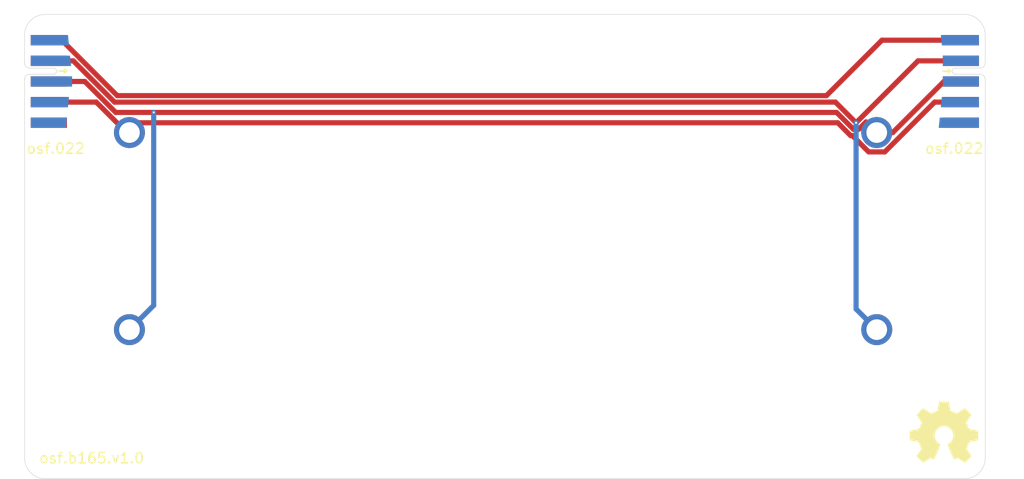
<source format=kicad_pcb>
(kicad_pcb (version 20240108) (generator "pcbnew") (generator_version "8.0")
  (layers (0 "F.Cu" signal) (31 "B.Cu" signal) (34 "B.Paste" user) (35 "F.Paste" user) (36 "B.SilkS" user "B.Silkscreen") (37 "F.SilkS" user "F.Silkscreen") (38 "B.Mask" user) (39 "F.Mask" user) (44 "Edge.Cuts" user))
  (net 0 "")
  (net 1 "/2x_aaa/Low")
  (net 2 "/2x_aaa/Mid")
  (net 3 "/2x_aaa/High")
  (net 4 "GND")
  (footprint "b165:2_18650_cell_holder" (layer "F.Cu") (at 174.325 111)
    (property "Reference" "U1" (hide yes))
    (property "Value" "2Battery_Cell" (hide yes))
    (pad "" np_thru_hole circle (at -35.9 -17.4) (size 2 2) (drill 2) (layers "F&B.Cu" "*.Mask"))
    (pad "" np_thru_hole circle (at -27.7 0) (size 3.5 3.5) (drill 3.5) (layers "F&B.Cu" "*.Mask"))
    (pad "" np_thru_hole circle (at -27.6 17.5) (size 4.5 4.5) (drill 4.5) (layers "F&B.Cu" "*.Mask"))
    (pad "" np_thru_hole circle (at 27.6 -17.5) (size 4.5 4.5) (drill 4.5) (layers "F&B.Cu" "*.Mask"))
    (pad "" np_thru_hole circle (at 27.7 0) (size 3.5 3.5) (drill 3.5) (layers "F&B.Cu" "*.Mask"))
    (pad "1" thru_hole circle (at -36.175 -9.55) (size 3 3) (drill 2) (layers "*.Cu" "*.Mask") (net 3 "/2x_aaa/High"))
    (pad "2" thru_hole circle (at 36.175 -9.55) (size 3 3) (drill 2) (layers "*.Cu" "*.Mask") (net 2 "/2x_aaa/Mid"))
    (pad "3" thru_hole circle (at 36.175 9.55) (size 3 3) (drill 2) (layers "*.Cu" "*.Mask") (net 1 "/2x_aaa/Low"))
    (pad "4" thru_hole circle (at -36.175 9.55) (size 3 3) (drill 2) (layers "*.Cu" "*.Mask") (net 2 "/2x_aaa/Mid"))
  )
  (footprint "Symbol:OSHW-Symbol_6.7x6mm_SilkScreen" (layer "F.Cu") (at 217 130.5)
    (property "Reference" "LOGO1" (hide yes))
    (property "Value" "Logo_Open_Hardware_Small" (hide yes))
    (fp_poly (pts (xy 0.555814 -2.531069) (xy 0.639635 -2.086445) (xy 0.94892 -1.958947) (xy 1.258206 -1.831449) (xy 1.629246 -2.083754) (xy 1.733157 -2.154004) (xy 1.827087 -2.216728) (xy 1.906652 -2.269062) (xy 1.96747 -2.308143) (xy 2.005157 -2.331107) (xy 2.015421 -2.336058) (xy 2.03391 -2.323324) (xy 2.07342 -2.288118) (xy 2.129522 -2.234938) (xy 2.197787 -2.168282) (xy 2.273786 -2.092646) (xy 2.353092 -2.012528) (xy 2.431275 -1.932426) (xy 2.503907 -1.856836) (xy 2.566559 -1.790255) (xy 2.614803 -1.737182) (xy 2.64421 -1.702113) (xy 2.651241 -1.690377) (xy 2.641123 -1.66874) (xy 2.612759 -1.621338) (xy 2.569129 -1.552807) (xy 2.513218 -1.467785) (xy 2.448006 -1.370907) (xy 2.410219 -1.31565) (xy 2.341343 -1.214752) (xy 2.28014 -1.123701) (xy 2.229578 -1.04703) (xy 2.192628 -0.989272) (xy 2.172258 -0.954957) (xy 2.169197 -0.947746) (xy 2.176136 -0.927252) (xy 2.195051 -0.879487) (xy 2.223087 -0.811168) (xy 2.257391 -0.729011) (xy 2.295109 -0.63973) (xy 2.333387 -0.550042) (xy 2.36937 -0.466662) (xy 2.400206 -0.396306) (xy 2.423039 -0.34569) (xy 2.435017 -0.321529) (xy 2.435724 -0.320578) (xy 2.454531 -0.315964) (xy 2.504618 -0.305672) (xy 2.580793 -0.290713) (xy 2.677865 -0.272099) (xy 2.790643 -0.250841) (xy 2.856442 -0.238582) (xy 2.97695 -0.215638) (xy 3.085797 -0.193805) (xy 3.177476 -0.174278) (xy 3.246481 -0.158252) (xy 3.287304 -0.146921) (xy 3.295511 -0.143326) (xy 3.303548 -0.118994) (xy 3.310033 -0.064041) (xy 3.31497 0.015108) (xy 3.318364 0.112026) (xy 3.320218 0.220287) (xy 3.320538 0.333465) (xy 3.319327 0.445135) (xy 3.31659 0.548868) (xy 3.312331 0.638241) (xy 3.306555 0.706826) (xy 3.299267 0.748197) (xy 3.294895 0.75681) (xy 3.268764 0.767133) (xy 3.213393 0.781892) (xy 3.136107 0.799352) (xy 3.04423 0.81778) (xy 3.012158 0.823741) (xy 2.857524 0.852066) (xy 2.735375 0.874876) (xy 2.641673 0.89308) (xy 2.572384 0.907583) (xy 2.523471 0.919292) (xy 2.490897 0.929115) (xy 2.470628 0.937956) (xy 2.458626 0.946724) (xy 2.456947 0.948457) (xy 2.440184 0.976371) (xy 2.414614 1.030695) (xy 2.382788 1.104777) (xy 2.34726 1.191965) (xy 2.310583 1.285608) (xy 2.275311 1.379052) (xy 2.243996 1.465647) (xy 2.219193 1.53874) (xy 2.203454 1.591678) (xy 2.199332 1.617811) (xy 2.199676 1.618726) (xy 2.213641 1.640086) (xy 2.245322 1.687084) (xy 2.291391 1.754827) (xy 2.348518 1.838423) (xy 2.413373 1.932982) (xy 2.431843 1.959854) (xy 2.497699 2.057275) (xy 2.55565 2.146163) (xy 2.602538 2.221412) (xy 2.635207 2.27792) (xy 2.6505 2.310581) (xy 2.651241 2.314593) (xy 2.638392 2.335684) (xy 2.602888 2.377464) (xy 2.549293 2.435445) (xy 2.482171 2.505135) (xy 2.406087 2.582045) (xy 2.325604 2.661683) (xy 2.245287 2.739561) (xy 2.169699 2.811186) (xy 2.103405 2.87207) (xy 2.050969 2.917721) (xy 2.016955 2.94365) (xy 2.007545 2.947883) (xy 1.985643 2.937912) (xy 1.9408 2.91102) (xy 1.880321 2.871736) (xy 1.833789 2.840117) (xy 1.749475 2.782098) (xy 1.649626 2.713784) (xy 1.549473 2.645579) (xy 1.495627 2.609075) (xy 1.313371 2.4858) (xy 1.160381 2.56852) (xy 1.090682 2.604759) (xy 1.031414 2.632926) (xy 0.991311 2.648991) (xy 0.981103 2.651226) (xy 0.968829 2.634722) (xy 0.944613 2.588082) (xy 0.910263 2.515609) (xy 0.867588 2.421606) (xy 0.818394 2.310374) (xy 0.76449 2.186215) (xy 0.707684 2.053432) (xy 0.649782 1.916327) (xy 0.592593 1.779202) (xy 0.537924 1.646358) (xy 0.487584 1.522098) (xy 0.44338 1.410725) (xy 0.407119 1.316539) (xy 0.380609 1.243844) (xy 0.365658 1.196941) (xy 0.363254 1.180833) (xy 0.382311 1.160286) (xy 0.424036 1.126933) (xy 0.479706 1.087702) (xy 0.484378 1.084599) (xy 0.628264 0.969423) (xy 0.744283 0.835053) (xy 0.83143 0.685784) (xy 0.888699 0.525913) (xy 0.915086 0.359737) (xy 0.909585 0.191552) (xy 0.87119 0.025655) (xy 0.798895 -0.133658) (xy 0.777626 -0.168513) (xy 0.666996 -0.309263) (xy 0.536302 -0.422286) (xy 0.390064 -0.506997) (xy 0.232808 -0.562806) (xy 0.069057 -0.589126) (xy -0.096667 -0.58537) (xy -0.259838 -0.55095) (xy -0.415935 -0.485277) (xy -0.560433 -0.387765) (xy -0.605131 -0.348187) (xy -0.718888 -0.224297) (xy -0.801782 -0.093876) (xy -0.858644 0.052315) (xy -0.890313 0.197088) (xy -0.898131 0.35986) (xy -0.872062 0.52344) (xy -0.814755 0.682298) (xy -0.728856 0.830906) (xy -0.617014 0.963735) (xy -0.481877 1.075256) (xy -0.464117 1.087011) (xy -0.40785 1.125508) (xy -0.365077 1.158863) (xy -0.344628 1.18016) (xy -0.344331 1.180833) (xy -0.348721 1.203871) (xy -0.366124 1.256157) (xy -0.394732 1.33339) (xy -0.432735 1.431268) (xy -0.478326 1.545491) (xy -0.529697 1.671758) (xy -0.585038 1.805767) (xy -0.642542 1.943218) (xy -0.700399 2.079808) (xy -0.756802 2.211237) (xy -0.809942 2.333205) (xy -0.85801 2.441409) (xy -0.899199 2.531549) (xy -0.931699 2.599323) (xy -0.953703 2.64043) (xy -0.962564 2.651226) (xy -0.98964 2.642819) (xy -1.040303 2.620272) (xy -1.105817 2.587613) (xy -1.141841 2.56852) (xy -1.294832 2.4858) (xy -1.477088 2.609075) (xy -1.570125 2.672228) (xy -1.671985 2.741727) (xy -1.767438 2.807165) (xy -1.81525 2.840117) (xy -1.882495 2.885273) (xy -1.939436 2.921057) (xy -1.978646 2.942938) (xy -1.991381 2.947563) (xy -2.009917 2.935085) (xy -2.050941 2.900252) (xy -2.110475 2.846678) (xy -2.184542 2.777983) (xy -2.269165 2.697781) (xy -2.322685 2.646286) (xy -2.416319 2.554286) (xy -2.497241 2.471999) (xy -2.562177 2.402945) (xy -2.607858 2.350644) (xy -2.631011 2.318616) (xy -2.633232 2.312116) (xy -2.622924 2.287394) (xy -2.594439 2.237405) (xy -2.550937 2.167212) (xy -2.495577 2.081875) (xy -2.43152 1.986456) (xy -2.413303 1.959854) (xy -2.346927 1.863167) (xy -2.287378 1.776117) (xy -2.237984 1.703595) (xy -2.202075 1.650493) (xy -2.182981 1.621703) (xy -2.181136 1.618726) (xy -2.183895 1.595782) (xy -2.198538 1.545336) (xy -2.222513 1.474041) (xy -2.253266 1.388547) (xy -2.288244 1.295507) (xy -2.324893 1.201574) (xy -2.360661 1.113399) (xy -2.392994 1.037634) (xy -2.419338 0.980931) (xy -2.437142 0.949943) (xy -2.438407 0.948457) (xy -2.449294 0.939601) (xy -2.467682 0.930843) (xy -2.497606 0.921277) (xy -2.543103 0.909996) (xy -2.608209 0.896093) (xy -2.696961 0.878663) (xy -2.813393 0.856798) (xy -2.961542 0.829591) (xy -2.993618 0.823741) (xy -3.088686 0.805374) (xy -3.171565 0.787405) (xy -3.23493 0.771569) (xy -3.271458 0.7596) (xy -3.276356 0.75681) (xy -3.284427 0.732072) (xy -3.290987 0.67679) (xy -3.296033 0.597389) (xy -3.299559 0.500296) (xy -3.301561 0.391938) (xy -3.302036 0.27874) (xy -3.300977 0.167128) (xy -3.298382 0.063529) (xy -3.294246 -0.025632) (xy -3.288563 -0.093928) (xy -3.281331 -0.134934) (xy -3.276971 -0.143326) (xy -3.252698 -0.151792) (xy -3.197426 -0.165565) (xy -3.116662 -0.18345) (xy -3.015912 -0.204252) (xy -2.900683 -0.226777) (xy -2.837902 -0.238582) (xy -2.718787 -0.260849) (xy -2.612565 -0.281021) (xy -2.524427 -0.298085) (xy -2.459566 -0.311031) (xy -2.423174 -0.318845) (xy -2.417184 -0.320578) (xy -2.407061 -0.34011) (xy -2.385662 -0.387157) (xy -2.355839 -0.454997) (xy -2.320445 -0.536909) (xy -2.282332 -0.626172) (xy -2.244353 -0.716065) (xy -2.20936 -0.799865) (xy -2.180206 -0.870853) (xy -2.159743 -0.922306) (xy -2.150823 -0.947503) (xy -2.150657 -0.948604) (xy -2.160769 -0.968481) (xy -2.189117 -1.014223) (xy -2.232723 -1.081283) (xy -2.288606 -1.165116) (xy -2.353787 -1.261174) (xy -2.391679 -1.31635) (xy -2.460725 -1.417519) (xy -2.52205 -1.50937) (xy -2.572663 -1.587256) (xy -2.609571 -1.646531) (xy -2.629782 -1.682549) (xy -2.632701 -1.690623) (xy -2.620153 -1.709416) (xy -2.585463 -1.749543) (xy -2.533063 -1.806507) (xy -2.467384 -1.875815) (xy -2.392856 -1.952969) (xy -2.313913 -2.033475) (xy -2.234983 -2.112837) (xy -2.1605 -2.18656) (xy -2.094894 -2.250148) (xy -2.042596 -2.299106) (xy -2.008039 -2.328939) (xy -1.996478 -2.336058) (xy -1.977654 -2.326047) (xy -1.932631 -2.297922) (xy -1.865787 -2.254546) (xy -1.781499 -2.198782) (xy -1.684144 -2.133494) (xy -1.610707 -2.083754) (xy -1.239667 -1.831449) (xy -0.621095 -2.086445) (xy -0.537275 -2.531069) (xy -0.453454 -2.975693) (xy 0.471994 -2.975693) (xy 0.555814 -2.531069)) (stroke (width 0.01)) (fill solid) (layer "F.SilkS"))
  )
  (footprint "on_edge:on_edge_2x05_host" (layer "F.Cu") (at 221 96.5 -90)
    (property "Reference" "J2")
    (property "Value" "022_battery_cells")
    (fp_line (start -1 4.1) (end -1 3.373) (stroke (width 0.153)) (layer "F.SilkS"))
    (fp_line (start -0.8 3.573) (end -1 3.373) (stroke (width 0.153)) (layer "F.SilkS"))
    (fp_line (start -1 3.373) (end -1.2 3.573) (stroke (width 0.153)) (layer "F.SilkS"))
    (fp_line (start -0.7 2.9) (end -0.7 0.5) (stroke (width 0.05)) (layer "Edge.Cuts"))
    (fp_line (start -1.3 0.5) (end -1.3 2.9) (stroke (width 0.05)) (layer "Edge.Cuts"))
    (fp_line (start -4 0) (end -1.8 0) (stroke (width 0.05)) (layer "Edge.Cuts"))
    (fp_line (start -0.2 0) (end 4 0) (stroke (width 0.05)) (layer "Edge.Cuts"))
    (fp_arc (start -0.7 2.9) (mid -1 3.2) (end -1.3 2.9) (stroke (width 0.05)) (layer "Edge.Cuts"))
    (fp_arc (start -0.7 0.5) (mid -0.553553 0.146447) (end -0.2 0) (stroke (width 0.05)) (layer "Edge.Cuts"))
    (fp_arc (start -1.8 0) (mid -1.446447 0.146447) (end -1.3 0.5) (stroke (width 0.05)) (layer "Edge.Cuts"))
    (pad "1" smd rect (at -4 2.35 270) (size 1 3.5) (layers "F.Cu" "F.Mask") (net 4 "GND"))
    (pad "2" smd rect (at -2 2.35 270) (size 1 3.5) (layers "F.Cu" "F.Mask") (net 1 "/2x_aaa/Low"))
    (pad "3" smd rect (at 0 2.35 270) (size 1 3.5) (layers "F.Cu" "F.Mask") (net 2 "/2x_aaa/Mid"))
    (pad "4" smd rect (at 2 2.35 270) (size 1 3.5) (layers "F.Cu" "F.Mask") (net 3 "/2x_aaa/High"))
    (pad "5" smd rect (at 4 2.35 270) (size 1 3.5) (layers "F.Cu" "F.Mask"))
    (pad "6" smd custom (at -4 2.4 90) (size 1 3.6) (layers "B.Cu" "B.Mask") (options (clearance outline) (anchor rect)) (primitives (gr_poly (pts (xy 0.5 -1.8) (xy -0.5 -1.8) (xy 0.5 -1.9)) (width 0) (fill yes))))
    (pad "7" smd rect (at -2 2.35 90) (size 1 3.5) (layers "B.Cu" "B.Mask"))
    (pad "8" smd rect (at 0 2.35 90) (size 1 3.5) (layers "B.Cu" "B.Mask"))
    (pad "9" smd custom (at 2 2.4 90) (size 1 3.6) (layers "B.Cu" "B.Mask") (options (clearance outline) (anchor rect)) (primitives (gr_poly (pts (xy 0.5 -1.8) (xy -0.5 -1.8) (xy -0.5 -1.9)) (width 0) (fill yes))))
    (pad "10" smd custom (at 4 2.5 90) (size 1 3.8) (layers "B.Cu" "B.Mask") (options (clearance outline) (anchor rect)) (primitives (gr_poly (pts (xy 0.5 -1.9) (xy -0.5 -1.9) (xy -0.5 -2)) (width 0) (fill yes))))
  )
  (footprint "on_edge:on_edge_2x05_device" (layer "F.Cu") (at 128 96.5 -90)
    (property "Reference" "J1")
    (property "Value" "022_battery_cells")
    (fp_line (start -1.2 -3.85) (end -1 -4.05) (stroke (width 0.153)) (layer "F.SilkS"))
    (fp_line (start -1 -4.05) (end -1 -3.323) (stroke (width 0.153)) (layer "F.SilkS"))
    (fp_line (start -1 -4.05) (end -0.8 -3.85) (stroke (width 0.153)) (layer "F.SilkS"))
    (fp_line (start -4 0) (end -1.8 0) (stroke (width 0.05)) (layer "Edge.Cuts"))
    (fp_line (start -0.2 0) (end 4 0) (stroke (width 0.05)) (layer "Edge.Cuts"))
    (fp_line (start -0.7 -0.5) (end -0.7 -2.8) (stroke (width 0.05)) (layer "Edge.Cuts"))
    (fp_line (start -1.3 -2.8) (end -1.3 -0.5) (stroke (width 0.05)) (layer "Edge.Cuts"))
    (fp_arc (start -0.2 0) (mid -0.553553 -0.146447) (end -0.7 -0.5) (stroke (width 0.05)) (layer "Edge.Cuts"))
    (fp_arc (start -1.3 -0.5) (mid -1.446447 -0.146447) (end -1.8 0) (stroke (width 0.05)) (layer "Edge.Cuts"))
    (fp_arc (start -1.3 -2.8) (mid -1 -3.1) (end -0.7 -2.8) (stroke (width 0.05)) (layer "Edge.Cuts"))
    (pad "1" smd rect (at -4 -2.35 90) (size 1 3.5) (layers "F.Cu" "F.Mask") (net 4 "GND"))
    (pad "2" smd rect (at -2 -2.35 270) (size 1 3.5) (layers "F.Cu" "F.Mask") (net 1 "/2x_aaa/Low"))
    (pad "3" smd rect (at 0 -2.35 270) (size 1 3.5) (layers "F.Cu" "F.Mask") (net 2 "/2x_aaa/Mid"))
    (pad "4" smd rect (at 2 -2.35 90) (size 1 3.5) (layers "F.Cu" "F.Mask") (net 3 "/2x_aaa/High"))
    (pad "5" smd rect (at 4 -2.35 90) (size 1 3.5) (layers "F.Cu" "F.Mask"))
    (pad "6" smd custom (at -4 -2.4 270) (size 1 3.6) (layers "B.Cu" "B.Mask") (options (clearance outline) (anchor rect)) (primitives (gr_poly (pts (xy 0.5 -1.8) (xy 0.5 -1.9) (xy -0.5 -1.8)) (width 0) (fill yes))))
    (pad "7" smd custom (at -2 -2.1 270) (size 1 3) (layers "B.Cu" "B.Mask") (options (clearance outline) (anchor rect)) (primitives (gr_poly (pts (xy 0.3 -0.51) (xy 0.31 -0.62) (xy 0.33 -0.7) (xy 0.35 -0.76) (xy 0.37 -0.81) (xy 0.4 -0.86) (xy 0.44 -0.92) (xy 0.48 -0.97) (xy 0.5 -0.99) (xy 0.5 -2.4) (xy -0.5 -2.3) (xy -0.5 1.5) (xy 0.3 1.5)) (width 0) (fill yes))))
    (pad "8" smd rect (at 0 -2.6 270) (size 1 4) (layers "B.Cu" "B.Mask"))
    (pad "9" smd custom (at 2 -2.4 270) (size 1 3.6) (layers "B.Cu" "B.Mask") (options (clearance outline) (anchor rect)) (primitives (gr_poly (pts (xy -0.5 -1.8) (xy -0.5 -1.9) (xy 0.5 -1.8)) (width 0) (fill yes))))
    (pad "10" smd custom (at 4 -2.3 270) (size 1 3.4) (layers "B.Cu" "B.Mask") (options (clearance outline) (anchor rect)) (primitives (gr_poly (pts (xy -0.5 -1.7) (xy -0.5 -1.8) (xy 0.5 -1.7)) (width 0) (fill yes))))
  )
  (gr_line (start 130 90) (end 219 90) (stroke (width 0.05)) (layer "Edge.Cuts"))
  (gr_arc (start 221 133) (mid 220.414214 134.414214) (end 219 135) (stroke (width 0.05)) (layer "Edge.Cuts"))
  (gr_line (start 219 135) (end 130 135) (stroke (width 0.05)) (layer "Edge.Cuts"))
  (gr_line (start 221 92.5) (end 221 92) (stroke (width 0.05)) (layer "Edge.Cuts"))
  (gr_line (start 128 92) (end 128 92.5) (stroke (width 0.05)) (layer "Edge.Cuts"))
  (gr_arc (start 219 90) (mid 220.414214 90.585786) (end 221 92) (stroke (width 0.05)) (layer "Edge.Cuts"))
  (gr_arc (start 130 135) (mid 128.585786 134.414214) (end 128 133) (stroke (width 0.05)) (layer "Edge.Cuts"))
  (gr_line (start 221 133) (end 221 102) (stroke (width 0.05)) (layer "Edge.Cuts"))
  (gr_line (start 128 133) (end 128 100.5) (stroke (width 0.05)) (layer "Edge.Cuts"))
  (gr_arc (start 128 92) (mid 128.585786 90.585786) (end 130 90) (stroke (width 0.05)) (layer "Edge.Cuts"))
  (gr_line (start 221 102) (end 221 100.5) (stroke (width 0.05)) (layer "Edge.Cuts"))
  (gr_text "osf.022" (at 131 103 0) (layer "F.SilkS") (effects (font (size 1 1))))
  (gr_text "osf.022" (at 218 103 0) (layer "F.SilkS") (effects (font (size 1 1))))
  (gr_text "osf.b165.v1.0" (at 134.5 133 0) (layer "F.SilkS") (effects (font (size 1 1))))
  (segment (start 130.35 94.5) (end 132.713288 94.5) (width 0.5) (layer "F.Cu") (net 1))
  (segment (start 206.5 98.5) (end 208.5 100.5) (width 0.5) (layer "F.Cu") (net 1))
  (segment (start 136.713288 98.5) (end 206.5 98.5) (width 0.5) (layer "F.Cu") (net 1))
  (segment (start 214.5 94.5) (end 218.65 94.5) (width 0.5) (layer "F.Cu") (net 1))
  (segment (start 208.5 100.5) (end 214.5 94.5) (width 0.5) (layer "F.Cu") (net 1))
  (segment (start 132.713288 94.5) (end 136.713288 98.5) (width 0.5) (layer "F.Cu") (net 1))
  (via (at 208.5 100.5) (size 0.5) (drill 0.2) (layers "F.Cu" "B.Cu") (net 1))
  (segment (start 208.5 118.55) (end 208.5 100.5) (width 0.5) (layer "B.Cu") (net 1))
  (segment (start 210.5 120.55) (end 208.5 118.55) (width 0.5) (layer "B.Cu") (net 1))
  (segment (start 140.5 99.5) (end 136.826576 99.5) (width 0.5) (layer "F.Cu") (net 2))
  (segment (start 209.468356 100.418356) (end 210.5 101.45) (width 0.5) (layer "F.Cu") (net 2))
  (segment (start 206.613288 99.5) (end 208.240288 101.127) (width 0.5) (layer "F.Cu") (net 2))
  (segment (start 218.65 96.5) (end 217 96.5) (width 0.5) (layer "F.Cu") (net 2))
  (segment (start 217 96.5) (end 212.05 101.45) (width 0.5) (layer "F.Cu") (net 2))
  (segment (start 208.240288 101.127) (end 208.759712 101.127) (width 0.5) (layer "F.Cu") (net 2))
  (segment (start 133.826576 96.5) (end 130.35 96.5) (width 0.5) (layer "F.Cu") (net 2))
  (segment (start 208.759712 101.127) (end 209.468356 100.418356) (width 0.5) (layer "F.Cu") (net 2))
  (segment (start 136.826576 99.5) (end 133.826576 96.5) (width 0.5) (layer "F.Cu") (net 2))
  (segment (start 212.05 101.45) (end 210.5 101.45) (width 0.5) (layer "F.Cu") (net 2))
  (segment (start 140.5 99.5) (end 206.613288 99.5) (width 0.5) (layer "F.Cu") (net 2))
  (via (at 140.5 99.5) (size 0.5) (drill 0.2) (layers "F.Cu" "B.Cu") (net 2))
  (segment (start 140.5 99.5) (end 140.5 118.2) (width 0.5) (layer "B.Cu") (net 2))
  (segment (start 140.5 118.2) (end 138.15 120.55) (width 0.5) (layer "B.Cu") (net 2))
  (segment (start 209.722521 103.327) (end 211.277479 103.327) (width 0.5) (layer "F.Cu") (net 3))
  (segment (start 134.939864 98.5) (end 137.889864 101.45) (width 0.5) (layer "F.Cu") (net 3))
  (segment (start 130.35 98.5) (end 134.939864 98.5) (width 0.5) (layer "F.Cu") (net 3))
  (segment (start 211.277479 103.327) (end 216.104479 98.5) (width 0.5) (layer "F.Cu") (net 3))
  (segment (start 139.1 100.5) (end 206.726576 100.5) (width 0.5) (layer "F.Cu") (net 3))
  (segment (start 206.726576 100.5) (end 207.980576 101.754) (width 0.5) (layer "F.Cu") (net 3))
  (segment (start 207.980576 101.754) (end 208.149521 101.754) (width 0.5) (layer "F.Cu") (net 3))
  (segment (start 137.889864 101.45) (end 138.15 101.45) (width 0.5) (layer "F.Cu") (net 3))
  (segment (start 138.15 101.45) (end 139.1 100.5) (width 0.5) (layer "F.Cu") (net 3))
  (segment (start 216.104479 98.5) (end 218.65 98.5) (width 0.5) (layer "F.Cu") (net 3))
  (segment (start 208.149521 101.754) (end 209.722521 103.327) (width 0.5) (layer "F.Cu") (net 3))
  (segment (start 205.627 97.873) (end 211 92.5) (width 0.5) (layer "F.Cu") (net 4))
  (segment (start 211 92.5) (end 218.65 92.5) (width 0.5) (layer "F.Cu") (net 4))
  (segment (start 130.35 92.5) (end 131.6 92.5) (width 0.5) (layer "F.Cu") (net 4))
  (segment (start 131.6 92.5) (end 136.973 97.873) (width 0.5) (layer "F.Cu") (net 4))
  (segment (start 136.973 97.873) (end 205.627 97.873) (width 0.5) (layer "F.Cu") (net 4))
)
</source>
